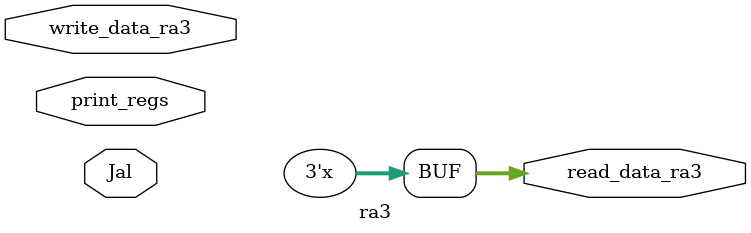
<source format=v>
module ra3(input [2:0] write_data_ra3, output [2:0] read_data_ra3, input Jal, input print_regs);
   
   wire AccWrite; //control line
	wire print_regs; //syscall
	wire [2:0] write_data_ra3;
	reg [2:0] read_data_ra3; 

	reg [2:0] ra3;  //$ra3 DECLARED HERE 


 	always @(*) begin

   		if (Jal==1)
   			ra3 [2:0] <= write_data_ra3 [2:0];    //if Jal wright to $ra3

   		else 
   			read_data_ra3 [2:0]  <= ra3 [2:0] ;   //else always read from $ra3
   			end

   //PRINT $ra3
   always @ (print_regs)
      if (print_regs==1) begin
         $strobe ("$ra3= %d       $ra3= %h", ra3, ra3);
         end

endmodule
 
</source>
